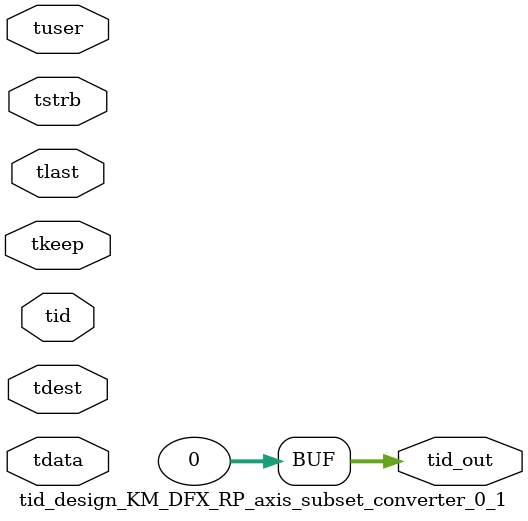
<source format=v>


`timescale 1ps/1ps

module tid_design_KM_DFX_RP_axis_subset_converter_0_1 #
(
parameter C_S_AXIS_TID_WIDTH   = 1,
parameter C_S_AXIS_TUSER_WIDTH = 0,
parameter C_S_AXIS_TDATA_WIDTH = 0,
parameter C_S_AXIS_TDEST_WIDTH = 0,
parameter C_M_AXIS_TID_WIDTH   = 32
)
(
input  [(C_S_AXIS_TID_WIDTH   == 0 ? 1 : C_S_AXIS_TID_WIDTH)-1:0       ] tid,
input  [(C_S_AXIS_TDATA_WIDTH == 0 ? 1 : C_S_AXIS_TDATA_WIDTH)-1:0     ] tdata,
input  [(C_S_AXIS_TUSER_WIDTH == 0 ? 1 : C_S_AXIS_TUSER_WIDTH)-1:0     ] tuser,
input  [(C_S_AXIS_TDEST_WIDTH == 0 ? 1 : C_S_AXIS_TDEST_WIDTH)-1:0     ] tdest,
input  [(C_S_AXIS_TDATA_WIDTH/8)-1:0 ] tkeep,
input  [(C_S_AXIS_TDATA_WIDTH/8)-1:0 ] tstrb,
input                                                                    tlast,
output [(C_M_AXIS_TID_WIDTH   == 0 ? 1 : C_M_AXIS_TID_WIDTH)-1:0       ] tid_out
);

assign tid_out = {1'b0};

endmodule


</source>
